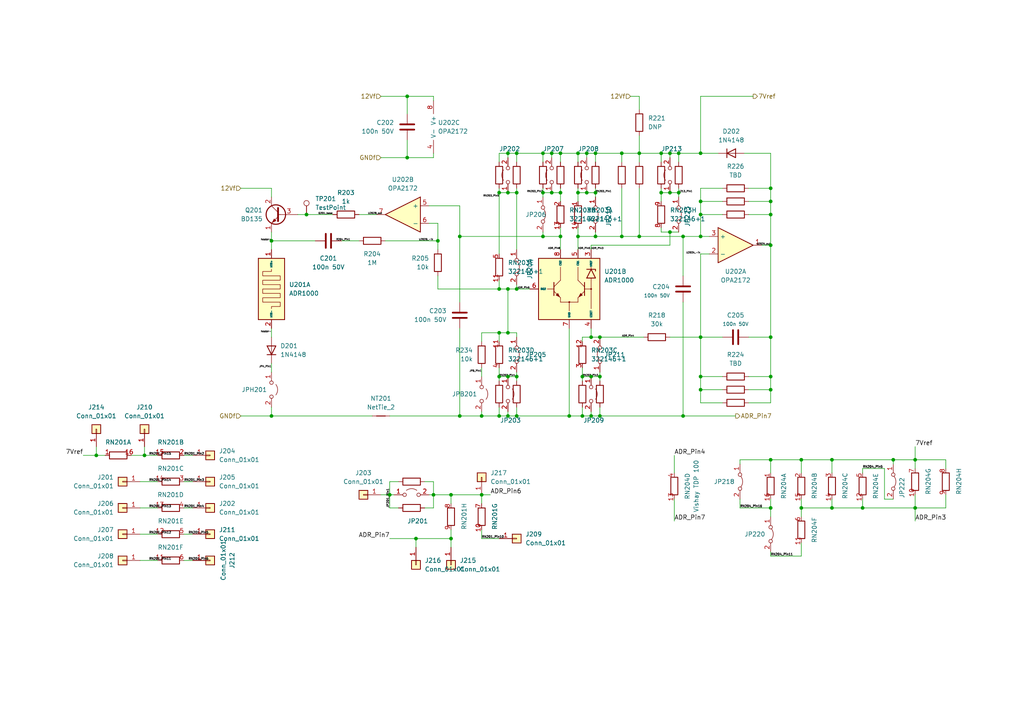
<source format=kicad_sch>
(kicad_sch (version 20211123) (generator eeschema)
  (paper "A4")
  (title_block (title "Reference circuit") (date "2022-12-26") (rev "0.9") (company "RPG") (comment 1 "All resistors 0.1% MF unless otherwise noted") (comment 2 "All capacitors X7R MLCC unless otherwise noted"))
  (junction (at 139.7 143.51))
  (junction (at 203.2 68.58))
  (junction (at 241.3 133.35))
  (junction (at 88.9 62.23))
  (junction (at 265.43 147.32))
  (junction (at 147.32 44.45))
  (junction (at 162.56 55.88))
  (junction (at 147.32 55.88))
  (junction (at 160.02 55.88))
  (junction (at 27.94 132.08))
  (junction (at 144.78 83.82))
  (junction (at 139.7 120.65))
  (junction (at 133.35 120.65))
  (junction (at 232.41 147.32))
  (junction (at 113.03 143.51))
  (junction (at 120.65 156.21))
  (junction (at 171.45 109.22))
  (junction (at 147.32 83.82))
  (junction (at 130.81 156.21))
  (junction (at 203.2 97.79))
  (junction (at 162.56 68.58))
  (junction (at 198.12 68.58))
  (junction (at 198.12 120.65))
  (junction (at 160.02 44.45))
  (junction (at 165.1 120.65))
  (junction (at 259.08 133.35))
  (junction (at 203.2 113.03))
  (junction (at 149.86 109.22))
  (junction (at 149.86 55.88))
  (junction (at 157.48 68.58))
  (junction (at 203.2 44.45))
  (junction (at 223.52 147.32))
  (junction (at 191.77 44.45))
  (junction (at 167.64 44.45))
  (junction (at 125.73 143.51))
  (junction (at 194.31 55.88))
  (junction (at 180.34 44.45))
  (junction (at 130.81 143.51))
  (junction (at 203.2 109.22))
  (junction (at 162.56 44.45))
  (junction (at 223.52 58.42))
  (junction (at 250.19 147.32))
  (junction (at 265.43 133.35))
  (junction (at 223.52 109.22))
  (junction (at 223.52 71.12))
  (junction (at 170.18 44.45))
  (junction (at 194.31 44.45))
  (junction (at 196.85 55.88))
  (junction (at 180.34 68.58))
  (junction (at 203.2 62.23))
  (junction (at 172.72 55.88))
  (junction (at 147.32 96.52))
  (junction (at 41.91 132.08))
  (junction (at 172.72 44.45))
  (junction (at 172.72 68.58))
  (junction (at 203.2 58.42))
  (junction (at 147.32 120.65))
  (junction (at 157.48 55.88))
  (junction (at 118.11 45.72))
  (junction (at 173.99 97.79))
  (junction (at 223.52 113.03))
  (junction (at 223.52 62.23))
  (junction (at 171.45 97.79))
  (junction (at 196.85 44.45))
  (junction (at 167.64 55.88))
  (junction (at 118.11 27.94))
  (junction (at 78.74 120.65))
  (junction (at 241.3 147.32))
  (junction (at 144.78 109.22))
  (junction (at 149.86 120.65))
  (junction (at 149.86 44.45))
  (junction (at 168.91 120.65))
  (junction (at 194.31 67.31))
  (junction (at 232.41 133.35))
  (junction (at 149.86 83.82))
  (junction (at 170.18 55.88))
  (junction (at 144.78 120.65))
  (junction (at 191.77 55.88))
  (junction (at 144.78 96.52))
  (junction (at 223.52 54.61))
  (junction (at 171.45 120.65))
  (junction (at 223.52 133.35))
  (junction (at 168.91 109.22))
  (junction (at 78.74 69.85))
  (junction (at 167.64 68.58))
  (junction (at 173.99 109.22))
  (junction (at 144.78 55.88))
  (junction (at 157.48 44.45))
  (junction (at 185.42 68.58))
  (junction (at 127 69.85))
  (junction (at 173.99 120.65))
  (junction (at 185.42 44.45))
  (junction (at 133.35 68.58))
  (junction (at 147.32 109.22))
  (junction (at 223.52 97.79))
  (wire (pts (xy 196.85 57.15) (xy 196.85 55.88)))
  (wire (pts (xy 149.86 82.55) (xy 149.86 83.82)))
  (wire (pts (xy 173.99 109.22) (xy 171.45 109.22)))
  (wire (pts (xy 265.43 147.32) (xy 265.43 151.13)))
  (wire (pts (xy 217.17 97.79) (xy 223.52 97.79)))
  (wire (pts (xy 194.31 97.79) (xy 203.2 97.79)))
  (wire (pts (xy 157.48 55.88) (xy 157.48 57.15)))
  (wire (pts (xy 147.32 83.82) (xy 149.86 83.82)))
  (wire (pts (xy 88.9 62.23) (xy 96.52 62.23)))
  (wire (pts (xy 198.12 68.58) (xy 198.12 80.01)))
  (wire (pts (xy 223.52 62.23) (xy 223.52 71.12)))
  (wire (pts (xy 191.77 44.45) (xy 191.77 46.99)))
  (wire (pts (xy 232.41 144.78) (xy 232.41 147.32)))
  (wire (pts (xy 223.52 137.16) (xy 223.52 133.35)))
  (wire (pts (xy 172.72 55.88) (xy 172.72 54.61)))
  (wire (pts (xy 203.2 73.66) (xy 203.2 97.79)))
  (wire (pts (xy 127 80.01) (xy 127 83.82)))
  (wire (pts (xy 171.45 95.25) (xy 171.45 97.79)))
  (wire (pts (xy 149.86 55.88) (xy 149.86 54.61)))
  (wire (pts (xy 203.2 113.03) (xy 203.2 109.22)))
  (wire (pts (xy 232.41 147.32) (xy 232.41 149.86)))
  (wire (pts (xy 157.48 44.45) (xy 160.02 44.45)))
  (wire (pts (xy 147.32 119.38) (xy 147.32 120.65)))
  (wire (pts (xy 53.34 154.94) (xy 55.88 154.94)))
  (wire (pts (xy 99.06 69.85) (xy 104.14 69.85)))
  (wire (pts (xy 173.99 107.95) (xy 173.99 109.22)))
  (wire (pts (xy 209.55 116.84) (xy 203.2 116.84)))
  (wire (pts (xy 259.08 133.35) (xy 265.43 133.35)))
  (wire (pts (xy 147.32 83.82) (xy 147.32 96.52)))
  (wire (pts (xy 147.32 44.45) (xy 147.32 45.72)))
  (wire (pts (xy 191.77 44.45) (xy 194.31 44.45)))
  (wire (pts (xy 217.17 54.61) (xy 223.52 54.61)))
  (wire (pts (xy 274.32 147.32) (xy 274.32 143.51)))
  (wire (pts (xy 250.19 135.89) (xy 250.19 137.16)))
  (wire (pts (xy 55.88 139.7) (xy 53.34 139.7)))
  (wire (pts (xy 125.73 143.51) (xy 130.81 143.51)))
  (wire (pts (xy 170.18 44.45) (xy 172.72 44.45)))
  (wire (pts (xy 110.49 143.51) (xy 113.03 143.51)))
  (wire (pts (xy 139.7 156.21) (xy 144.78 156.21)))
  (wire (pts (xy 217.17 109.22) (xy 223.52 109.22)))
  (wire (pts (xy 149.86 55.88) (xy 149.86 72.39)))
  (wire (pts (xy 86.36 62.23) (xy 88.9 62.23)))
  (wire (pts (xy 171.45 97.79) (xy 173.99 97.79)))
  (wire (pts (xy 78.74 105.41) (xy 78.74 107.95)))
  (wire (pts (xy 232.41 147.32) (xy 241.3 147.32)))
  (wire (pts (xy 217.17 113.03) (xy 223.52 113.03)))
  (wire (pts (xy 223.52 54.61) (xy 223.52 58.42)))
  (wire (pts (xy 78.74 69.85) (xy 91.44 69.85)))
  (wire (pts (xy 172.72 55.88) (xy 172.72 57.15)))
  (wire (pts (xy 162.56 66.04) (xy 162.56 68.58)))
  (wire (pts (xy 209.55 113.03) (xy 203.2 113.03)))
  (wire (pts (xy 223.52 113.03) (xy 223.52 109.22)))
  (wire (pts (xy 241.3 147.32) (xy 250.19 147.32)))
  (wire (pts (xy 241.3 144.78) (xy 241.3 147.32)))
  (wire (pts (xy 27.94 129.54) (xy 27.94 132.08)))
  (wire (pts (xy 144.78 44.45) (xy 147.32 44.45)))
  (wire (pts (xy 130.81 158.75) (xy 130.81 156.21)))
  (wire (pts (xy 198.12 120.65) (xy 213.36 120.65)))
  (wire (pts (xy 144.78 99.06) (xy 144.78 96.52)))
  (wire (pts (xy 162.56 68.58) (xy 162.56 72.39)))
  (wire (pts (xy 194.31 44.45) (xy 194.31 45.72)))
  (wire (pts (xy 167.64 44.45) (xy 170.18 44.45)))
  (wire (pts (xy 232.41 157.48) (xy 232.41 161.29)))
  (wire (pts (xy 232.41 133.35) (xy 241.3 133.35)))
  (wire (pts (xy 127 69.85) (xy 127 72.39)))
  (wire (pts (xy 203.2 62.23) (xy 209.55 62.23)))
  (wire (pts (xy 133.35 68.58) (xy 157.48 68.58)))
  (wire (pts (xy 27.94 132.08) (xy 30.48 132.08)))
  (wire (pts (xy 147.32 109.22) (xy 149.86 109.22)))
  (wire (pts (xy 203.2 116.84) (xy 203.2 113.03)))
  (wire (pts (xy 223.52 44.45) (xy 223.52 54.61)))
  (wire (pts (xy 130.81 143.51) (xy 130.81 146.05)))
  (wire (pts (xy 203.2 109.22) (xy 203.2 97.79)))
  (wire (pts (xy 115.57 147.32) (xy 113.03 147.32)))
  (wire (pts (xy 173.99 120.65) (xy 198.12 120.65)))
  (wire (pts (xy 127 64.77) (xy 124.46 64.77)))
  (wire (pts (xy 203.2 58.42) (xy 203.2 54.61)))
  (wire (pts (xy 185.42 54.61) (xy 185.42 68.58)))
  (wire (pts (xy 194.31 55.88) (xy 196.85 55.88)))
  (wire (pts (xy 198.12 87.63) (xy 198.12 120.65)))
  (wire (pts (xy 167.64 66.04) (xy 167.64 68.58)))
  (wire (pts (xy 149.86 107.95) (xy 149.86 109.22)))
  (wire (pts (xy 139.7 106.68) (xy 139.7 109.22)))
  (wire (pts (xy 149.86 118.11) (xy 149.86 120.65)))
  (wire (pts (xy 223.52 161.29) (xy 223.52 160.02)))
  (wire (pts (xy 40.64 162.56) (xy 45.72 162.56)))
  (wire (pts (xy 205.74 73.66) (xy 203.2 73.66)))
  (wire (pts (xy 113.03 120.65) (xy 133.35 120.65)))
  (wire (pts (xy 149.86 96.52) (xy 149.86 97.79)))
  (wire (pts (xy 241.3 133.35) (xy 241.3 137.16)))
  (wire (pts (xy 223.52 44.45) (xy 215.9 44.45)))
  (wire (pts (xy 167.64 68.58) (xy 172.72 68.58)))
  (wire (pts (xy 144.78 55.88) (xy 147.32 55.88)))
  (wire (pts (xy 125.73 139.7) (xy 123.19 139.7)))
  (wire (pts (xy 133.35 68.58) (xy 133.35 87.63)))
  (wire (pts (xy 223.52 147.32) (xy 223.52 144.78)))
  (wire (pts (xy 69.85 120.65) (xy 78.74 120.65)))
  (wire (pts (xy 168.91 118.11) (xy 168.91 120.65)))
  (wire (pts (xy 130.81 153.67) (xy 130.81 156.21)))
  (wire (pts (xy 203.2 44.45) (xy 203.2 27.94)))
  (wire (pts (xy 265.43 129.54) (xy 265.43 133.35)))
  (wire (pts (xy 149.86 109.22) (xy 149.86 110.49)))
  (wire (pts (xy 144.78 109.22) (xy 147.32 109.22)))
  (wire (pts (xy 223.52 147.32) (xy 223.52 149.86)))
  (wire (pts (xy 170.18 44.45) (xy 170.18 45.72)))
  (wire (pts (xy 209.55 109.22) (xy 203.2 109.22)))
  (wire (pts (xy 167.64 54.61) (xy 167.64 55.88)))
  (wire (pts (xy 196.85 44.45) (xy 196.85 46.99)))
  (wire (pts (xy 172.72 44.45) (xy 180.34 44.45)))
  (wire (pts (xy 203.2 68.58) (xy 205.74 68.58)))
  (wire (pts (xy 217.17 116.84) (xy 223.52 116.84)))
  (wire (pts (xy 125.73 27.94) (xy 125.73 29.21)))
  (wire (pts (xy 168.91 120.65) (xy 171.45 120.65)))
  (wire (pts (xy 144.78 83.82) (xy 147.32 83.82)))
  (wire (pts (xy 223.52 97.79) (xy 223.52 71.12)))
  (wire (pts (xy 118.11 27.94) (xy 125.73 27.94)))
  (wire (pts (xy 40.64 147.32) (xy 45.72 147.32)))
  (wire (pts (xy 144.78 81.28) (xy 144.78 83.82)))
  (wire (pts (xy 167.64 44.45) (xy 167.64 46.99)))
  (wire (pts (xy 195.58 132.08) (xy 195.58 137.16)))
  (wire (pts (xy 139.7 96.52) (xy 144.78 96.52)))
  (wire (pts (xy 167.64 68.58) (xy 167.64 72.39)))
  (wire (pts (xy 78.74 54.61) (xy 78.74 57.15)))
  (wire (pts (xy 185.42 39.37) (xy 185.42 44.45)))
  (wire (pts (xy 144.78 120.65) (xy 147.32 120.65)))
  (wire (pts (xy 196.85 67.31) (xy 194.31 67.31)))
  (wire (pts (xy 265.43 133.35) (xy 274.32 133.35)))
  (wire (pts (xy 144.78 54.61) (xy 144.78 55.88)))
  (wire (pts (xy 147.32 44.45) (xy 149.86 44.45)))
  (wire (pts (xy 144.78 110.49) (xy 144.78 109.22)))
  (wire (pts (xy 78.74 69.85) (xy 78.74 72.39)))
  (wire (pts (xy 40.64 139.7) (xy 45.72 139.7)))
  (wire (pts (xy 139.7 143.51) (xy 142.24 143.51)))
  (wire (pts (xy 171.45 109.22) (xy 168.91 109.22)))
  (wire (pts (xy 168.91 97.79) (xy 171.45 97.79)))
  (wire (pts (xy 120.65 158.75) (xy 120.65 156.21)))
  (wire (pts (xy 162.56 55.88) (xy 162.56 58.42)))
  (wire (pts (xy 38.1 132.08) (xy 41.91 132.08)))
  (wire (pts (xy 125.73 143.51) (xy 125.73 139.7)))
  (wire (pts (xy 78.74 67.31) (xy 78.74 69.85)))
  (wire (pts (xy 203.2 27.94) (xy 218.44 27.94)))
  (wire (pts (xy 125.73 147.32) (xy 125.73 143.51)))
  (wire (pts (xy 115.57 139.7) (xy 113.03 139.7)))
  (wire (pts (xy 55.88 132.08) (xy 53.34 132.08)))
  (wire (pts (xy 203.2 62.23) (xy 203.2 58.42)))
  (wire (pts (xy 194.31 67.31) (xy 191.77 67.31)))
  (wire (pts (xy 185.42 68.58) (xy 198.12 68.58)))
  (wire (pts (xy 133.35 95.25) (xy 133.35 120.65)))
  (wire (pts (xy 250.19 144.78) (xy 250.19 147.32)))
  (wire (pts (xy 104.14 62.23) (xy 109.22 62.23)))
  (wire (pts (xy 223.52 109.22) (xy 223.52 97.79)))
  (wire (pts (xy 185.42 27.94) (xy 185.42 31.75)))
  (wire (pts (xy 118.11 45.72) (xy 125.73 45.72)))
  (wire (pts (xy 162.56 44.45) (xy 167.64 44.45)))
  (wire (pts (xy 157.48 54.61) (xy 157.48 55.88)))
  (wire (pts (xy 194.31 71.12) (xy 194.31 67.31)))
  (wire (pts (xy 139.7 146.05) (xy 139.7 143.51)))
  (wire (pts (xy 162.56 44.45) (xy 162.56 46.99)))
  (wire (pts (xy 41.91 132.08) (xy 45.72 132.08)))
  (wire (pts (xy 165.1 120.65) (xy 168.91 120.65)))
  (wire (pts (xy 203.2 97.79) (xy 209.55 97.79)))
  (wire (pts (xy 168.91 97.79) (xy 168.91 99.06)))
  (wire (pts (xy 113.03 147.32) (xy 113.03 143.51)))
  (wire (pts (xy 41.91 129.54) (xy 41.91 132.08)))
  (wire (pts (xy 149.86 44.45) (xy 157.48 44.45)))
  (wire (pts (xy 223.52 116.84) (xy 223.52 113.03)))
  (wire (pts (xy 40.64 154.94) (xy 45.72 154.94)))
  (wire (pts (xy 185.42 44.45) (xy 191.77 44.45)))
  (wire (pts (xy 127 83.82) (xy 144.78 83.82)))
  (wire (pts (xy 185.42 44.45) (xy 185.42 46.99)))
  (wire (pts (xy 191.77 54.61) (xy 191.77 55.88)))
  (wire (pts (xy 217.17 58.42) (xy 223.52 58.42)))
  (wire (pts (xy 69.85 54.61) (xy 78.74 54.61)))
  (wire (pts (xy 214.63 147.32) (xy 223.52 147.32)))
  (wire (pts (xy 157.48 44.45) (xy 157.48 46.99)))
  (wire (pts (xy 125.73 44.45) (xy 125.73 45.72)))
  (wire (pts (xy 144.78 106.68) (xy 144.78 109.22)))
  (wire (pts (xy 147.32 96.52) (xy 149.86 96.52)))
  (wire (pts (xy 139.7 153.67) (xy 139.7 156.21)))
  (wire (pts (xy 139.7 143.51) (xy 130.81 143.51)))
  (wire (pts (xy 144.78 55.88) (xy 144.78 73.66)))
  (wire (pts (xy 165.1 95.25) (xy 165.1 120.65)))
  (wire (pts (xy 139.7 120.65) (xy 144.78 120.65)))
  (wire (pts (xy 124.46 143.51) (xy 125.73 143.51)))
  (wire (pts (xy 265.43 133.35) (xy 265.43 135.89)))
  (wire (pts (xy 110.49 45.72) (xy 118.11 45.72)))
  (wire (pts (xy 144.78 44.45) (xy 144.78 46.99)))
  (wire (pts (xy 196.85 55.88) (xy 196.85 54.61)))
  (wire (pts (xy 223.52 133.35) (xy 232.41 133.35)))
  (wire (pts (xy 223.52 71.12) (xy 220.98 71.12)))
  (wire (pts (xy 120.65 156.21) (xy 130.81 156.21)))
  (wire (pts (xy 111.76 69.85) (xy 127 69.85)))
  (wire (pts (xy 133.35 59.69) (xy 133.35 68.58)))
  (wire (pts (xy 180.34 44.45) (xy 180.34 46.99)))
  (wire (pts (xy 113.03 143.51) (xy 114.3 143.51)))
  (wire (pts (xy 147.32 120.65) (xy 149.86 120.65)))
  (wire (pts (xy 168.91 109.22) (xy 168.91 110.49)))
  (wire (pts (xy 195.58 144.78) (xy 195.58 151.13)))
  (wire (pts (xy 217.17 62.23) (xy 223.52 62.23)))
  (wire (pts (xy 167.64 55.88) (xy 167.64 58.42)))
  (wire (pts (xy 157.48 68.58) (xy 162.56 68.58)))
  (wire (pts (xy 118.11 27.94) (xy 118.11 33.02)))
  (wire (pts (xy 147.32 55.88) (xy 149.86 55.88)))
  (wire (pts (xy 24.13 132.08) (xy 27.94 132.08)))
  (wire (pts (xy 173.99 97.79) (xy 186.69 97.79)))
  (wire (pts (xy 144.78 118.11) (xy 144.78 120.65)))
  (wire (pts (xy 203.2 68.58) (xy 203.2 62.23)))
  (wire (pts (xy 171.45 71.12) (xy 194.31 71.12)))
  (wire (pts (xy 265.43 143.51) (xy 265.43 147.32)))
  (wire (pts (xy 123.19 147.32) (xy 125.73 147.32)))
  (wire (pts (xy 162.56 55.88) (xy 162.56 54.61)))
  (wire (pts (xy 214.63 133.35) (xy 223.52 133.35)))
  (wire (pts (xy 256.54 135.89) (xy 250.19 135.89)))
  (wire (pts (xy 198.12 68.58) (xy 203.2 68.58)))
  (wire (pts (xy 160.02 44.45) (xy 162.56 44.45)))
  (wire (pts (xy 265.43 147.32) (xy 274.32 147.32)))
  (wire (pts (xy 214.63 133.35) (xy 214.63 134.62)))
  (wire (pts (xy 168.91 106.68) (xy 168.91 109.22)))
  (wire (pts (xy 223.52 58.42) (xy 223.52 62.23)))
  (wire (pts (xy 180.34 54.61) (xy 180.34 68.58)))
  (wire (pts (xy 157.48 67.31) (xy 157.48 68.58)))
  (wire (pts (xy 167.64 55.88) (xy 170.18 55.88)))
  (wire (pts (xy 127 69.85) (xy 127 64.77)))
  (wire (pts (xy 160.02 44.45) (xy 160.02 45.72)))
  (wire (pts (xy 78.74 120.65) (xy 107.95 120.65)))
  (wire (pts (xy 149.86 120.65) (xy 165.1 120.65)))
  (wire (pts (xy 160.02 55.88) (xy 162.56 55.88)))
  (wire (pts (xy 78.74 95.25) (xy 78.74 97.79)))
  (wire (pts (xy 180.34 68.58) (xy 185.42 68.58)))
  (wire (pts (xy 55.88 147.32) (xy 53.34 147.32)))
  (wire (pts (xy 170.18 55.88) (xy 172.72 55.88)))
  (wire (pts (xy 113.03 143.51) (xy 113.03 139.7)))
  (wire (pts (xy 259.08 133.35) (xy 259.08 134.62)))
  (wire (pts (xy 182.88 27.94) (xy 185.42 27.94)))
  (wire (pts (xy 223.52 161.29) (xy 232.41 161.29)))
  (wire (pts (xy 110.49 27.94) (xy 118.11 27.94)))
  (wire (pts (xy 172.72 44.45) (xy 172.72 46.99)))
  (wire (pts (xy 149.86 83.82) (xy 153.67 83.82)))
  (wire (pts (xy 274.32 133.35) (xy 274.32 135.89)))
  (wire (pts (xy 241.3 133.35) (xy 259.08 133.35)))
  (wire (pts (xy 203.2 44.45) (xy 208.28 44.45)))
  (wire (pts (xy 171.45 120.65) (xy 171.45 119.38)))
  (wire (pts (xy 133.35 120.65) (xy 139.7 120.65)))
  (wire (pts (xy 250.19 147.32) (xy 265.43 147.32)))
  (wire (pts (xy 259.08 144.78) (xy 256.54 144.78)))
  (wire (pts (xy 157.48 55.88) (xy 160.02 55.88)))
  (wire (pts (xy 191.77 55.88) (xy 194.31 55.88)))
  (wire (pts (xy 180.34 44.45) (xy 185.42 44.45)))
  (wire (pts (xy 171.45 120.65) (xy 173.99 120.65)))
  (wire (pts (xy 173.99 118.11) (xy 173.99 120.65)))
  (wire (pts (xy 172.72 68.58) (xy 180.34 68.58)))
  (wire (pts (xy 149.86 44.45) (xy 149.86 46.99)))
  (wire (pts (xy 191.77 58.42) (xy 191.77 55.88)))
  (wire (pts (xy 55.88 162.56) (xy 53.34 162.56)))
  (wire (pts (xy 173.99 110.49) (xy 173.99 109.22)))
  (wire (pts (xy 194.31 44.45) (xy 196.85 44.45)))
  (wire (pts (xy 203.2 54.61) (xy 209.55 54.61)))
  (wire (pts (xy 232.41 133.35) (xy 232.41 137.16)))
  (wire (pts (xy 78.74 118.11) (xy 78.74 120.65)))
  (wire (pts (xy 171.45 72.39) (xy 171.45 71.12)))
  (wire (pts (xy 191.77 66.04) (xy 191.77 67.31)))
  (wire (pts (xy 256.54 144.78) (xy 256.54 135.89)))
  (wire (pts (xy 118.11 40.64) (xy 118.11 45.72)))
  (wire (pts (xy 139.7 99.06) (xy 139.7 96.52)))
  (wire (pts (xy 124.46 59.69) (xy 133.35 59.69)))
  (wire (pts (xy 144.78 96.52) (xy 147.32 96.52)))
  (wire (pts (xy 203.2 58.42) (xy 209.55 58.42)))
  (wire (pts (xy 113.03 156.21) (xy 120.65 156.21)))
  (wire (pts (xy 139.7 119.38) (xy 139.7 120.65)))
  (wire (pts (xy 196.85 44.45) (xy 203.2 44.45)))
  (wire (pts (xy 214.63 144.78) (xy 214.63 147.32)))
  (wire (pts (xy 172.72 67.31) (xy 172.72 68.58)))
  (label "RN201_Pin12" (at 43.18 154.94 0) (effects (font (size 0.635 0.635))))
  (label "U202B_-in" (at 125.73 69.85 180) (effects (font (size 0.5 0.5))))
  (label "R204_Pin1" (at 101.6 69.85 180) (effects (font (size 0.5 0.5))))
  (label "JPB_Pin1" (at 139.7 107.95 180) (effects (font (size 0.5 0.5))))
  (label "RN204_Pin16" (at 214.63 147.32 0) (effects (font (size 0.635 0.635))))
  (label "ADR_Pin3" (at 265.43 151.13 0))
  (label "RN204_Pin5" (at 250.19 135.89 0) (effects (font (size 0.635 0.635))))
  (label "heater-" (at 78.74 96.52 180) (effects (font (size 0.5 0.5))))
  (label "7Vref" (at 24.13 132.08 180))
  (label "RN203_Pin5" (at 144.78 57.15 180) (effects (font (size 0.5 0.5))))
  (label "JP201_Pin1" (at 113.03 147.32 90) (effects (font (size 0.635 0.635))))
  (label "ADR_Pin7" (at 113.03 156.21 180))
  (label "Q201_base" (at 96.52 62.23 180) (effects (font (size 0.5 0.5))))
  (label "ADR_Pin6" (at 142.24 143.51 0))
  (label "J213_Pin1" (at 196.85 55.88 0) (effects (font (size 0.5 0.5))))
  (label "RN201_Pin5" (at 54.61 154.94 0) (effects (font (size 0.635 0.635))))
  (label "RN203_Pin1" (at 172.72 55.88 0) (effects (font (size 0.5 0.5))))
  (label "RN201_Pin10" (at 139.7 156.21 0) (effects (font (size 0.635 0.635))))
  (label "RN204_Pin11" (at 223.52 161.29 0) (effects (font (size 0.635 0.635))))
  (label "7Vref" (at 265.43 129.54 0))
  (label "RN201_Pin13" (at 43.18 147.32 0) (effects (font (size 0.635 0.635))))
  (label "ADR_Pin6" (at 153.67 83.82 180) (effects (font (size 0.5 0.5))))
  (label "RN201_Pin4" (at 53.34 147.32 0) (effects (font (size 0.635 0.635))))
  (label "ADR_Pin3" (at 171.45 72.39 0) (effects (font (size 0.5 0.5))))
  (label "U202A_out" (at 223.52 71.12 180) (effects (font (size 0.5 0.5))))
  (label "RN201_Pin14" (at 43.18 139.7 0) (effects (font (size 0.635 0.635))))
  (label "RN201_Pin6" (at 54.61 162.56 0) (effects (font (size 0.635 0.635))))
  (label "RN201_Pin3" (at 53.34 139.7 0) (effects (font (size 0.635 0.635))))
  (label "ADR_Pin8" (at 162.56 72.39 180) (effects (font (size 0.5 0.5))))
  (label "ADR_Pin5" (at 167.64 72.39 0) (effects (font (size 0.5 0.5))))
  (label "U202B_out" (at 106.68 62.23 0) (effects (font (size 0.5 0.5))))
  (label "ADR_Pin7" (at 195.58 151.13 0))
  (label "RN203_Pin4" (at 144.78 109.22 0) (effects (font (size 0.5 0.5))))
  (label "ADR_Pin4" (at 180.34 97.79 0) (effects (font (size 0.5 0.5))))
  (label "heater+" (at 78.74 69.85 180) (effects (font (size 0.5 0.5))))
  (label "JPH_Pin1" (at 78.74 106.68 180) (effects (font (size 0.5 0.5))))
  (label "RN201_Pin11" (at 43.18 162.56 0) (effects (font (size 0.635 0.635))))
  (label "RN203_Pin2" (at 157.48 55.88 180) (effects (font (size 0.5 0.5))))
  (label "U202A_-in" (at 203.2 73.66 180) (effects (font (size 0.5 0.5))))
  (label "RN201_Pin2" (at 53.34 132.08 0) (effects (font (size 0.635 0.635))))
  (label "ADR_Pin4" (at 195.58 132.08 0))
  (label "RN203_Pin3" (at 168.91 109.22 0) (effects (font (size 0.5 0.5))))
  (label "RN201_Pin15" (at 43.18 132.08 0) (effects (font (size 0.635 0.635))))
  (hierarchical_label "GNDf" (shape input) (at 110.49 45.72 180))
  (hierarchical_label "12Vf" (shape input) (at 69.85 54.61 180))
  (hierarchical_label "ADR_Pin7" (shape output) (at 213.36 120.65 0))
  (hierarchical_label "7Vref" (shape output) (at 218.44 27.94 0))
  (hierarchical_label "12Vf" (shape input) (at 182.88 27.94 180))
  (hierarchical_label "GNDf" (shape input) (at 69.85 120.65 180))
  (hierarchical_label "12Vf" (shape input) (at 110.49 27.94 180))
  (symbol (lib_id "Device:R") (at 213.36 58.42 90) (unit 1) (in_bom no)
    (property "Reference" "R222" (effects hide))
    (property "Value" "TBD" (effects hide))
    (property "Footprint" "Resistor_SMD:R_0805_2012Metric" (effects hide))
  )
  (symbol (lib_id "Connector_Generic:Conn_01x01") (at 35.56 147.32 0) (mirror y) (unit 1) (in_bom no)
    (property "Reference" "J206" (at 33.02 146.0499 0) (effects (justify left)))
    (property "Value" "Conn_01x01" (at 33.02 148.5899 0) (effects (justify left)))
    (property "Footprint" "Connector_Wire:SolderWire-0.1sqmm_1x01_D0.4mm_OD1mm" (effects hide))
  )
  (symbol (lib_id "Connector_Generic:Conn_01x01") (at 35.56 162.56 180) (unit 1) (in_bom no)
    (property "Reference" "J208" (at 33.02 161.2899 0) (effects (justify left)))
    (property "Value" "Conn_01x01" (at 33.02 163.8299 0) (effects (justify left)))
    (property "Footprint" "Connector_Wire:SolderWire-0.1sqmm_1x01_D0.4mm_OD1mm" (effects hide))
  )
  (symbol (lib_id "Connector_Generic:Conn_01x01") (at 120.65 163.83 270) (unit 1) (in_bom no)
    (property "Reference" "J216" (at 123.19 162.5599 90) (effects (justify left)))
    (property "Value" "Conn_01x01" (at 123.19 165.0999 90) (effects (justify left)))
    (property "Footprint" "Connector_Wire:SolderWire-0.1sqmm_1x01_D0.4mm_OD1mm" (effects hide))
  )
  (symbol (lib_id "ADRmu_Library:Vishay TDP") (at 250.19 140.97 0) (unit 5) (in_bom no)
    (property "Reference" "RN204" (at 254 144.78 90) (effects (justify left)))
    (property "Value" "Vishay TDP 100" (effects hide))
    (property "Footprint" "Package_DIP:DIP-16_W7.62mm" (effects hide))
    (property "Datasheet" "https://www.vishay.com/docs/60045/tdp.pdf" (effects hide))
  )
  (symbol (lib_id "Device:R") (at 185.42 50.8 180) (unit 1) (in_bom no)
    (property "Reference" "R217" (effects hide))
    (property "Value" "DNP" (effects hide))
    (property "Footprint" "Crystal:Crystal_HC52-U_Vertical" (effects hide))
  )
  (symbol (lib_id "ADRmu_Library:Vishay TDP") (at 232.41 140.97 0) (unit 2) (in_bom no)
    (property "Reference" "RN204" (at 236.22 144.78 90) (effects (justify left)))
    (property "Value" "Vishay TDP 100" (effects hide))
    (property "Footprint" "Package_DIP:DIP-16_W7.62mm" (effects hide))
    (property "Datasheet" "https://www.vishay.com/docs/60045/tdp.pdf" (effects hide))
  )
  (symbol (lib_id "Device:D") (at 212.09 44.45 0) (unit 1)
    (property "Reference" "D202" (at 212.09 38.1 0))
    (property "Value" "1N4148" (at 212.09 40.64 0))
    (property "Footprint" "Diode_SMD:D_SOD-123" (effects hide))
  )
  (symbol (lib_id "ADRmu_Library:Vishay TDP") (at 139.7 149.86 0) (mirror y) (unit 7) (in_bom no)
    (property "Reference" "RN201" (at 143.51 153.67 90) (effects (justify left)))
    (property "Value" "Vishay TDP 10k" (effects hide))
    (property "Footprint" "Package_DIP:DIP-16_W7.62mm" (effects hide))
    (property "Datasheet" "https://www.vishay.com/docs/60045/tdp.pdf" (effects hide))
  )
  (symbol (lib_id "Device:R") (at 213.36 116.84 270) (mirror x) (unit 1) (in_bom no)
    (property "Reference" "R225" (effects hide))
    (property "Value" "TBD" (effects hide))
    (property "Footprint" "Crystal:Crystal_HC52-U_Vertical" (effects hide))
  )
  (symbol (lib_id "Connector_Generic:Conn_01x01") (at 105.41 143.51 180) (unit 1) (in_bom no)
    (property "Reference" "J203" (at 105.41 137.16 0))
    (property "Value" "Conn_01x01" (at 105.41 139.7 0))
    (property "Footprint" "Connector_Wire:SolderWire-0.1sqmm_1x01_D0.4mm_OD1mm" (effects hide))
  )
  (symbol (lib_id "Device:Opamp_Dual") (at 213.36 71.12 0) (unit 1)
    (property "Reference" "U202" (at 213.36 78.74 0))
    (property "Value" "OPA2172" (at 213.36 81.28 0))
    (property "Footprint" "Package_SO:SOIC-8_3.9x4.9mm_P1.27mm" (effects hide))
  )
  (symbol (lib_id "Device:R") (at 173.99 114.3 0) (unit 1) (in_bom no)
    (property "Reference" "R215" (effects hide))
    (property "Value" "0" (effects hide))
    (property "Footprint" "Resistor_SMD:R_0805_2012Metric" (effects hide))
  )
  (symbol (lib_id "Device:R") (at 149.86 114.3 0) (unit 1) (in_bom no)
    (property "Reference" "R209" (effects hide))
    (property "Value" "0" (effects hide))
    (property "Footprint" "Resistor_SMD:R_0805_2012Metric" (effects hide))
  )
  (symbol (lib_id "ADRmu_Library:ADR1000") (at 78.74 83.82 0) (unit 1)
    (property "Reference" "U201" (at 83.82 82.5499 0) (effects (justify left)))
    (property "Value" "ADR1000" (at 83.82 85.0899 0) (effects (justify left)))
    (property "Footprint" "Package_TO_SOT_THT:TO-5-8" (effects hide))
  )
  (symbol (lib_id "Connector_Generic:Conn_01x01") (at 41.91 124.46 90) (unit 1) (in_bom no)
    (property "Reference" "J210" (at 41.91 118.11 90))
    (property "Value" "Conn_01x01" (at 41.91 120.65 90))
    (property "Footprint" "Connector_Wire:SolderWire-0.1sqmm_1x01_D0.4mm_OD1mm" (effects hide))
  )
  (symbol (lib_id "Jumper:Jumper_2_Open") (at 147.32 50.8 90) (unit 1) (in_bom no)
    (property "Reference" "JP202" (at 144.78 43.18 90) (effects (justify right)))
    (property "Value" "Jumper_2_Open" (effects hide))
    (property "Footprint" "Jumper:SolderJumper-2_P1.3mm_Open_RoundedPad1.0x1.5mm" (effects hide))
  )
  (symbol (lib_id "Device:Opamp_Dual") (at 128.27 36.83 0) (unit 3)
    (property "Reference" "U202" (at 127 35.5599 0) (effects (justify left)))
    (property "Value" "OPA2172" (at 127 38.0999 0) (effects (justify left)))
    (property "Footprint" "Package_SO:SOIC-8_3.9x4.9mm_P1.27mm" (effects hide))
  )
  (symbol (lib_id "ADRmu_Library:Vishay TDP") (at 130.81 149.86 0) (unit 8) (in_bom no)
    (property "Reference" "RN201" (at 134.62 153.67 90) (effects (justify left)))
    (property "Value" "Vishay TDP 10k" (effects hide))
    (property "Footprint" "Package_DIP:DIP-16_W7.62mm" (effects hide))
    (property "Datasheet" "https://www.vishay.com/docs/60045/tdp.pdf" (effects hide))
  )
  (symbol (lib_id "Connector_Generic:Conn_01x01") (at 149.86 156.21 0) (unit 1) (in_bom no)
    (property "Reference" "J209" (at 152.4 154.9399 0) (effects (justify left)))
    (property "Value" "Conn_01x01" (at 152.4 157.4799 0) (effects (justify left)))
    (property "Footprint" "Connector_Wire:SolderWire-0.1sqmm_1x01_D0.4mm_OD1mm" (effects hide))
  )
  (symbol (lib_id "Connector:TestPoint") (at 88.9 62.23 0) (unit 1) (in_bom no)
    (property "Reference" "TP201" (at 91.44 57.6579 0) (effects (justify left)))
    (property "Value" "TestPoint" (at 91.44 60.1979 0) (effects (justify left)))
    (property "Footprint" "TestPoint:TestPoint_THTPad_2.0x2.0mm_Drill1.0mm" (effects hide))
  )
  (symbol (lib_id "Jumper:Jumper_2_Bridged") (at 157.48 62.23 270) (unit 1) (in_bom no)
    (property "Reference" "JP206" (at 152.4 62.23 90) (effects (justify left)))
    (property "Value" "Jumper_2_Bridged" (effects hide))
    (property "Footprint" "Jumper:SolderJumper-2_P1.3mm_Bridged_RoundedPad1.0x1.5mm" (effects hide))
  )
  (symbol (lib_id "ADRmu_Library:ADR1000") (at 165.1 83.82 0) (unit 2)
    (property "Reference" "U201" (at 175.26 78.74 0) (effects (justify left)))
    (property "Value" "ADR1000" (at 175.26 81.28 0) (effects (justify left)))
    (property "Footprint" "Package_TO_SOT_THT:TO-5-8" (effects hide))
  )
  (symbol (lib_id "Jumper:Jumper_2_Bridged") (at 149.86 102.87 270) (unit 1) (in_bom no)
    (property "Reference" "JP205" (at 152.4 102.87 90) (effects (justify left)))
    (property "Value" "Jumper_2_Bridged" (effects hide))
    (property "Footprint" "Jumper:SolderJumper-2_P1.3mm_Bridged_RoundedPad1.0x1.5mm" (effects hide))
  )
  (symbol (lib_id "ADRmu_Library:Vishay TDP") (at 241.3 140.97 0) (unit 3) (in_bom no)
    (property "Reference" "RN204" (at 245.11 144.78 90) (effects (justify left)))
    (property "Value" "Vishay TDP 100" (effects hide))
    (property "Footprint" "Package_DIP:DIP-16_W7.62mm" (effects hide))
    (property "Datasheet" "https://www.vishay.com/docs/60045/tdp.pdf" (effects hide))
  )
  (symbol (lib_id "ADRmu_Library:Vishay TDP") (at 274.32 139.7 0) (unit 8) (in_bom no)
    (property "Reference" "RN204" (at 278.13 143.51 90) (effects (justify left)))
    (property "Value" "Vishay TDP 100" (effects hide))
    (property "Footprint" "Package_DIP:DIP-16_W7.62mm" (effects hide))
    (property "Datasheet" "https://www.vishay.com/docs/60045/tdp.pdf" (effects hide))
  )
  (symbol (lib_id "Device:R") (at 213.36 113.03 90) (unit 1) (in_bom no)
    (property "Reference" "R227" (effects hide))
    (property "Value" "TBD" (effects hide))
    (property "Footprint" "Resistor_SMD:R_0805_2012Metric" (effects hide))
  )
  (symbol (lib_id "ADRmu_Library:322146+1") (at 162.56 62.23 0) (unit 2)
    (property "Reference" "RN203" (at 165.1 60.9599 0) (effects (justify left)))
    (property "Value" "322146+1" (at 165.1 63.4999 0) (effects (justify left)))
    (property "Footprint" "ADRmu_Library:VPG322146+1" (effects hide))
    (property "Datasheet" "https://github.com/marcoreps/ADRmu/raw/main/datasheets/322146_p1-4_1445_Marco_Reps.pdf" (effects hide))
  )
  (symbol (lib_id "ADRmu_Library:322146+1") (at 144.78 77.47 0) (unit 5)
    (property "Reference" "RN203" (at 147.32 76.1999 0) (effects (justify left)))
    (property "Value" "322146+1" (at 147.32 78.7399 0) (effects (justify left)))
    (property "Footprint" "ADRmu_Library:VPG322146+1" (effects hide))
    (property "Datasheet" "https://github.com/marcoreps/ADRmu/raw/main/datasheets/322146_p1-4_1445_Marco_Reps.pdf" (effects hide))
  )
  (symbol (lib_id "Device:R") (at 190.5 97.79 90) (unit 1)
    (property "Reference" "R218" (at 190.5 91.44 90))
    (property "Value" "30k" (at 190.5 93.98 90))
    (property "Footprint" "Resistor_SMD:R_0805_2012Metric" (effects hide))
  )
  (symbol (lib_id "ADRmu_Library:Vishay TDP") (at 195.58 140.97 0) (unit 4) (in_bom no)
    (property "Reference" "RN204" (at 199.39 137.16 90) (effects (justify right)))
    (property "Value" "Vishay TDP 100" (at 201.93 133.35 90) (effects (justify right)))
    (property "Footprint" "Package_DIP:DIP-16_W7.62mm" (effects hide))
    (property "Datasheet" "https://www.vishay.com/docs/60045/tdp.pdf" (effects hide))
  )
  (symbol (lib_id "Device:R") (at 185.42 35.56 180) (unit 1)
    (property "Reference" "R221" (at 187.96 34.2899 0) (effects (justify right)))
    (property "Value" "DNP" (at 187.96 36.8299 0) (effects (justify right)))
    (property "Footprint" "Resistor_SMD:R_0805_2012Metric" (effects hide))
  )
  (symbol (lib_id "Connector_Generic:Conn_01x01") (at 35.56 139.7 180) (unit 1) (in_bom no)
    (property "Reference" "J201" (at 33.02 138.4299 0) (effects (justify left)))
    (property "Value" "Conn_01x01" (at 33.02 140.9699 0) (effects (justify left)))
    (property "Footprint" "Connector_Wire:SolderWire-0.1sqmm_1x01_D0.4mm_OD1mm" (effects hide))
  )
  (symbol (lib_id "Device:R") (at 196.85 50.8 180) (unit 1) (in_bom no)
    (property "Reference" "R220" (effects hide))
    (property "Value" "0" (effects hide))
    (property "Footprint" "Crystal:Crystal_HC52-U_Vertical" (effects hide))
  )
  (symbol (lib_id "Jumper:Jumper_2_Open") (at 170.18 50.8 90) (unit 1) (in_bom no)
    (property "Reference" "JP208" (at 167.64 43.18 90) (effects (justify right)))
    (property "Value" "Jumper_2_Open" (effects hide))
    (property "Footprint" "Jumper:SolderJumper-2_P1.3mm_Open_RoundedPad1.0x1.5mm" (effects hide))
  )
  (symbol (lib_id "ADRmu_Library:Vishay TDP") (at 49.53 154.94 270) (unit 5) (in_bom no)
    (property "Reference" "RN201" (at 53.34 151.13 90) (effects (justify right)))
    (property "Value" "Vishay TDP 10k" (effects hide))
    (property "Footprint" "Package_DIP:DIP-16_W7.62mm" (effects hide))
    (property "Datasheet" "https://www.vishay.com/docs/60045/tdp.pdf" (effects hide))
  )
  (symbol (lib_id "ADRmu_Library:Vishay TDP") (at 49.53 147.32 270) (mirror x) (unit 4) (in_bom no)
    (property "Reference" "RN201" (at 53.34 143.51 90) (effects (justify right)))
    (property "Value" "Vishay TDP 10k" (effects hide))
    (property "Footprint" "Package_DIP:DIP-16_W7.62mm" (effects hide))
    (property "Datasheet" "https://www.vishay.com/docs/60045/tdp.pdf" (effects hide))
  )
  (symbol (lib_id "Jumper:Jumper_2_Bridged") (at 223.52 154.94 270) (unit 1) (in_bom no)
    (property "Reference" "JP220" (at 215.9 154.94 90) (effects (justify left)))
    (property "Value" "Jumper_2_Bridged" (effects hide))
    (property "Footprint" "Jumper:SolderJumper-2_P1.3mm_Bridged_RoundedPad1.0x1.5mm" (effects hide))
  )
  (symbol (lib_id "ADRmu_Library:322146+1") (at 144.78 102.87 180) (unit 4)
    (property "Reference" "RN203" (at 147.32 101.5999 0) (effects (justify right)))
    (property "Value" "322146+1" (at 147.32 104.1399 0) (effects (justify right)))
    (property "Footprint" "ADRmu_Library:VPG322146+1" (effects hide))
    (property "Datasheet" "https://github.com/marcoreps/ADRmu/raw/main/datasheets/322146_p1-4_1445_Marco_Reps.pdf" (effects hide))
  )
  (symbol (lib_id "Connector_Generic:Conn_01x01") (at 60.96 147.32 0) (mirror x) (unit 1) (in_bom no)
    (property "Reference" "J202" (at 63.5 146.0499 0) (effects (justify left)))
    (property "Value" "Conn_01x01" (at 63.5 148.5899 0) (effects (justify left)))
    (property "Footprint" "Connector_Wire:SolderWire-0.1sqmm_1x01_D0.4mm_OD1mm" (effects hide))
  )
  (symbol (lib_id "Device:R") (at 100.33 62.23 90) (unit 1)
    (property "Reference" "R203" (at 100.33 55.88 90))
    (property "Value" "1k" (at 100.33 58.42 90))
    (property "Footprint" "Resistor_SMD:R_0805_2012Metric" (effects hide))
  )
  (symbol (lib_id "Transistor_BJT:BD135") (at 81.28 62.23 0) (mirror y) (unit 1)
    (property "Reference" "Q201" (at 76.2 60.9599 0) (effects (justify left)))
    (property "Value" "BD135" (at 76.2 63.4999 0) (effects (justify left)))
    (property "Footprint" "Package_TO_SOT_THT:TO-126-3_Vertical" (effects hide))
    (property "Datasheet" "http://www.st.com/internet/com/TECHNICAL_RESOURCES/TECHNICAL_LITERATURE/DATASHEET/CD00001225.pdf" (effects hide))
  )
  (symbol (lib_id "Device:R") (at 191.77 50.8 180) (unit 1) (in_bom no)
    (property "Reference" "R219" (effects hide))
    (property "Value" "0" (effects hide))
    (property "Footprint" "Resistor_SMD:R_0805_2012Metric" (effects hide))
  )
  (symbol (lib_id "Connector_Generic:Conn_01x01") (at 60.96 162.56 0) (mirror x) (unit 1) (in_bom no)
    (property "Reference" "J212" (at 67.31 162.56 90))
    (property "Value" "Conn_01x01" (at 64.77 162.56 90))
    (property "Footprint" "Connector_Wire:SolderWire-0.1sqmm_1x01_D0.4mm_OD1mm" (effects hide))
  )
  (symbol (lib_id "Device:NetTie_2") (at 110.49 120.65 0) (unit 1) (in_bom no)
    (property "Reference" "NT201" (at 110.49 115.57 0))
    (property "Value" "NetTie_2" (at 110.49 118.11 0))
    (property "Footprint" "NetTie:NetTie-2_SMD_Pad2.0mm" (effects hide))
  )
  (symbol (lib_id "Jumper:Jumper_2_Open") (at 139.7 114.3 270) (unit 1) (in_bom no)
    (property "Reference" "JPB201" (at 138.43 114.2999 90) (effects (justify right)))
    (property "Value" "Jumper_2_Open" (effects hide))
    (property "Footprint" "Jumper:SolderJumper-2_P1.3mm_Open_RoundedPad1.0x1.5mm" (effects hide))
  )
  (symbol (lib_id "Device:C") (at 118.11 36.83 180) (unit 1)
    (property "Reference" "C202" (at 114.3 35.5599 0) (effects (justify left)))
    (property "Value" "100n 50V" (at 114.3 38.0999 0) (effects (justify left)))
    (property "Footprint" "Capacitor_SMD:C_0603_1608Metric" (effects hide))
  )
  (symbol (lib_id "Jumper:Jumper_2_Bridged") (at 173.99 102.87 90) (unit 1) (in_bom no)
    (property "Reference" "JP211" (at 175.26 102.87 90) (effects (justify right)))
    (property "Value" "Jumper_2_Bridged" (effects hide))
    (property "Footprint" "Jumper:SolderJumper-2_P1.3mm_Bridged_RoundedPad1.0x1.5mm" (effects hide))
  )
  (symbol (lib_id "Jumper:Jumper_2_Bridged") (at 214.63 139.7 270) (unit 1) (in_bom no)
    (property "Reference" "JP218" (at 207.01 139.7 90) (effects (justify left)))
    (property "Value" "Jumper_2_Bridged" (effects hide))
    (property "Footprint" "Jumper:SolderJumper-2_P1.3mm_Bridged_RoundedPad1.0x1.5mm" (effects hide))
  )
  (symbol (lib_id "ADRmu_Library:322146+1") (at 168.91 102.87 180) (unit 3)
    (property "Reference" "RN203" (at 171.45 101.5999 0) (effects (justify right)))
    (property "Value" "322146+1" (at 171.45 104.1399 0) (effects (justify right)))
    (property "Footprint" "ADRmu_Library:VPG322146+1" (effects hide))
    (property "Datasheet" "https://github.com/marcoreps/ADRmu/raw/main/datasheets/322146_p1-4_1445_Marco_Reps.pdf" (effects hide))
  )
  (symbol (lib_id "Jumper:Jumper_2_Bridged") (at 259.08 139.7 270) (unit 1) (in_bom no)
    (property "Reference" "JP222" (at 261.62 138.43 0) (effects (justify left)))
    (property "Value" "Jumper_2_Bridged" (effects hide))
    (property "Footprint" "Jumper:SolderJumper-2_P1.3mm_Bridged_RoundedPad1.0x1.5mm" (effects hide))
  )
  (symbol (lib_id "Device:C") (at 213.36 97.79 270) (unit 1)
    (property "Reference" "C205" (at 213.36 91.44 90))
    (property "Value" "100n 50V" (at 213.36 93.98 90) (effects (font (size 1.016 1.016))))
    (property "Footprint" "Capacitor_SMD:C_0603_1608Metric" (effects hide))
  )
  (symbol (lib_id "Jumper:Jumper_2_Bridged") (at 172.72 62.23 270) (unit 1) (in_bom no)
    (property "Reference" "JP210" (at 176.53 59.69 0) (effects (justify left)))
    (property "Value" "Jumper_2_Bridged" (effects hide))
    (property "Footprint" "Jumper:SolderJumper-2_P1.3mm_Bridged_RoundedPad1.0x1.5mm" (effects hide))
  )
  (symbol (lib_id "Device:R") (at 119.38 139.7 270) (unit 1) (in_bom no)
    (property "Reference" "R201" (effects hide))
    (property "Value" "0" (effects hide))
    (property "Footprint" "Resistor_SMD:R_0805_2012Metric" (effects hide))
  )
  (symbol (lib_id "ADRmu_Library:Vishay TDP") (at 49.53 139.7 270) (unit 3) (in_bom no)
    (property "Reference" "RN201" (at 49.53 135.89 90))
    (property "Value" "Vishay TDP 10k" (effects hide))
    (property "Footprint" "Package_DIP:DIP-16_W7.62mm" (effects hide))
    (property "Datasheet" "https://www.vishay.com/docs/60045/tdp.pdf" (effects hide))
  )
  (symbol (lib_id "ADRmu_Library:322146+1") (at 167.64 62.23 0) (unit 1)
    (property "Reference" "RN203" (at 170.18 60.9599 0) (effects (justify left)))
    (property "Value" "322146+1" (at 170.18 63.4999 0) (effects (justify left)))
    (property "Footprint" "ADRmu_Library:VPG322146+1" (effects hide))
    (property "Datasheet" "https://github.com/marcoreps/ADRmu/raw/main/datasheets/322146_p1-4_1445_Marco_Reps.pdf" (effects hide))
  )
  (symbol (lib_id "Connector_Generic:Conn_01x01") (at 60.96 139.7 0) (unit 1) (in_bom no)
    (property "Reference" "J205" (at 63.5 138.4299 0) (effects (justify left)))
    (property "Value" "Conn_01x01" (at 63.5 140.9699 0) (effects (justify left)))
    (property "Footprint" "Connector_Wire:SolderWire-0.1sqmm_1x01_D0.4mm_OD1mm" (effects hide))
  )
  (symbol (lib_id "Device:R") (at 127 76.2 180) (unit 1)
    (property "Reference" "R205" (at 124.46 74.9299 0) (effects (justify left)))
    (property "Value" "10k" (at 124.46 77.4699 0) (effects (justify left)))
    (property "Footprint" "Resistor_SMD:R_0805_2012Metric" (effects hide))
  )
  (symbol (lib_id "ADRmu_Library:Vishay TDP") (at 232.41 153.67 0) (unit 6) (in_bom no)
    (property "Reference" "RN204" (at 236.22 157.48 90) (effects (justify left)))
    (property "Value" "Vishay TDP 100" (effects hide))
    (property "Footprint" "Package_DIP:DIP-16_W7.62mm" (effects hide))
    (property "Datasheet" "https://www.vishay.com/docs/60045/tdp.pdf" (effects hide))
  )
  (symbol (lib_id "ADRmu_Library:Vishay TDP") (at 265.43 139.7 0) (unit 7) (in_bom no)
    (property "Reference" "RN204" (at 269.24 143.51 90) (effects (justify left)))
    (property "Value" "Vishay TDP 100" (effects hide))
    (property "Footprint" "Package_DIP:DIP-16_W7.62mm" (effects hide))
    (property "Datasheet" "https://www.vishay.com/docs/60045/tdp.pdf" (effects hide))
  )
  (symbol (lib_id "Device:R") (at 172.72 50.8 180) (unit 1) (in_bom no)
    (property "Reference" "R214" (effects hide))
    (property "Value" "0" (effects hide))
    (property "Footprint" "Crystal:Crystal_HC52-U_Vertical" (effects hide))
  )
  (symbol (lib_id "Device:R") (at 144.78 50.8 180) (unit 1) (in_bom no)
    (property "Reference" "R206" (effects hide))
    (property "Value" "0" (effects hide))
    (property "Footprint" "Resistor_SMD:R_0805_2012Metric" (effects hide))
  )
  (symbol (lib_id "Device:R") (at 139.7 102.87 180) (unit 1)
    (property "Reference" "R234" (at 137.16 101.5999 0) (effects (justify left)))
    (property "Value" "10k" (at 137.16 104.1399 0) (effects (justify left)))
    (property "Footprint" "Resistor_SMD:R_0805_2012Metric" (effects hide))
  )
  (symbol (lib_id "Jumper:Jumper_2_Open") (at 171.45 114.3 270) (unit 1) (in_bom no)
    (property "Reference" "JP209" (at 175.26 121.92 90) (effects (justify right)))
    (property "Value" "Jumper_2_Open" (effects hide))
    (property "Footprint" "Jumper:SolderJumper-2_P1.3mm_Open_RoundedPad1.0x1.5mm" (effects hide))
  )
  (symbol (lib_id "Jumper:Jumper_2_Bridged") (at 149.86 77.47 270) (unit 1) (in_bom no)
    (property "Reference" "JP204" (at 153.67 74.93 0) (effects (justify left)))
    (property "Value" "Jumper_2_Bridged" (effects hide))
    (property "Footprint" "Jumper:SolderJumper-2_P1.3mm_Bridged_RoundedPad1.0x1.5mm" (effects hide))
  )
  (symbol (lib_id "Device:R") (at 162.56 50.8 180) (unit 1) (in_bom no)
    (property "Reference" "R211" (effects hide))
    (property "Value" "0" (effects hide))
    (property "Footprint" "Crystal:Crystal_HC52-U_Vertical" (effects hide))
  )
  (symbol (lib_id "Device:R") (at 213.36 62.23 270) (mirror x) (unit 1) (in_bom no)
    (property "Reference" "R223" (effects hide))
    (property "Value" "TBD" (effects hide))
    (property "Footprint" "Crystal:Crystal_HC52-U_Vertical" (effects hide))
  )
  (symbol (lib_id "Device:R") (at 213.36 109.22 90) (unit 1) (in_bom no)
    (property "Reference" "R224" (at 213.36 102.87 90))
    (property "Value" "TBD" (at 213.36 105.41 90))
    (property "Footprint" "Resistor_SMD:R_0805_2012Metric" (effects hide))
  )
  (symbol (lib_id "Device:C") (at 133.35 91.44 180) (unit 1)
    (property "Reference" "C203" (at 129.54 90.1699 0) (effects (justify left)))
    (property "Value" "100n 50V" (at 129.54 92.7099 0) (effects (justify left)))
    (property "Footprint" "Capacitor_SMD:C_0603_1608Metric" (effects hide))
  )
  (symbol (lib_id "Jumper:Jumper_2_Open") (at 194.31 50.8 90) (unit 1) (in_bom no)
    (property "Reference" "JP213" (at 191.77 43.18 90) (effects (justify right)))
    (property "Value" "Jumper_2_Open" (effects hide))
    (property "Footprint" "Jumper:SolderJumper-2_P1.3mm_Open_RoundedPad1.0x1.5mm" (effects hide))
  )
  (symbol (lib_id "ADRmu_Library:Vishay TDP") (at 49.53 162.56 270) (unit 6) (in_bom no)
    (property "Reference" "RN201" (at 45.72 158.75 90) (effects (justify left)))
    (property "Value" "Vishay TDP 10k" (effects hide))
    (property "Footprint" "Package_DIP:DIP-16_W7.62mm" (effects hide))
    (property "Datasheet" "https://www.vishay.com/docs/60045/tdp.pdf" (effects hide))
  )
  (symbol (lib_id "Connector_Generic:Conn_01x01") (at 60.96 154.94 0) (mirror x) (unit 1) (in_bom no)
    (property "Reference" "J211" (at 63.5 153.6699 0) (effects (justify left)))
    (property "Value" "Conn_01x01" (at 63.5 156.2099 0) (effects (justify left)))
    (property "Footprint" "Connector_Wire:SolderWire-0.1sqmm_1x01_D0.4mm_OD1mm" (effects hide))
  )
  (symbol (lib_id "Connector_Generic:Conn_01x01") (at 139.7 138.43 90) (unit 1) (in_bom no)
    (property "Reference" "J217" (at 142.24 137.1599 90) (effects (justify right)))
    (property "Value" "Conn_01x01" (at 142.24 139.6999 90) (effects (justify right)))
    (property "Footprint" "Connector_Wire:SolderWire-0.1sqmm_1x01_D0.4mm_OD1mm" (effects hide))
  )
  (symbol (lib_id "Connector_Generic:Conn_01x01") (at 35.56 154.94 180) (unit 1) (in_bom no)
    (property "Reference" "J207" (at 33.02 153.6699 0) (effects (justify left)))
    (property "Value" "Conn_01x01" (at 33.02 156.2099 0) (effects (justify left)))
    (property "Footprint" "Connector_Wire:SolderWire-0.1sqmm_1x01_D0.4mm_OD1mm" (effects hide))
  )
  (symbol (lib_id "ADRmu_Library:Vishay TDP") (at 34.29 132.08 90) (unit 1) (in_bom no)
    (property "Reference" "RN201" (at 34.29 128.27 90))
    (property "Value" "Vishay TDP 10k" (effects hide))
    (property "Footprint" "Package_DIP:DIP-16_W7.62mm" (effects hide))
    (property "Datasheet" "https://www.vishay.com/docs/60045/tdp.pdf" (effects hide))
  )
  (symbol (lib_id "Device:R") (at 167.64 50.8 180) (unit 1) (in_bom no)
    (property "Reference" "R212" (effects hide))
    (property "Value" "0" (effects hide))
    (property "Footprint" "Resistor_SMD:R_0805_2012Metric" (effects hide))
  )
  (symbol (lib_id "Device:C") (at 198.12 83.82 180) (unit 1)
    (property "Reference" "C204" (at 194.31 83.1849 0) (effects (justify left)))
    (property "Value" "100n 50V" (at 194.31 85.725 0) (effects (font (size 1.016 1.016)) (justify left)))
    (property "Footprint" "Capacitor_SMD:C_0603_1608Metric" (effects hide))
  )
  (symbol (lib_id "Device:R") (at 168.91 114.3 0) (unit 1) (in_bom no)
    (property "Reference" "R213" (effects hide))
    (property "Value" "0" (effects hide))
    (property "Footprint" "Crystal:Crystal_HC52-U_Vertical" (effects hide))
  )
  (symbol (lib_id "ADRmu_Library:Vishay TDP") (at 49.53 132.08 270) (mirror x) (unit 2) (in_bom no)
    (property "Reference" "RN201" (at 49.53 128.27 90))
    (property "Value" "Vishay TDP 10k" (effects hide))
    (property "Footprint" "Package_DIP:DIP-16_W7.62mm" (effects hide))
    (property "Datasheet" "https://www.vishay.com/docs/60045/tdp.pdf" (effects hide))
  )
  (symbol (lib_id "Jumper:Jumper_2_Open") (at 147.32 114.3 270) (unit 1) (in_bom no)
    (property "Reference" "JP203" (at 151.13 121.92 90) (effects (justify right)))
    (property "Value" "Jumper_2_Open" (effects hide))
    (property "Footprint" "Jumper:SolderJumper-2_P1.3mm_Open_RoundedPad1.0x1.5mm" (effects hide))
  )
  (symbol (lib_id "ADRmu_Library:Vishay TDP") (at 223.52 140.97 0) (unit 1) (in_bom no)
    (property "Reference" "RN204" (at 227.33 144.78 90) (effects (justify left)))
    (property "Value" "Vishay TDP 100" (effects hide))
    (property "Footprint" "Package_DIP:DIP-16_W7.62mm" (effects hide))
    (property "Datasheet" "https://www.vishay.com/docs/60045/tdp.pdf" (effects hide))
  )
  (symbol (lib_id "Device:R") (at 180.34 50.8 180) (unit 1) (in_bom no)
    (property "Reference" "R216" (effects hide))
    (property "Value" "DNP" (effects hide))
    (property "Footprint" "Resistor_SMD:R_0805_2012Metric" (effects hide))
  )
  (symbol (lib_id "Device:Opamp_Dual") (at 116.84 62.23 0) (mirror y) (unit 2)
    (property "Reference" "U202" (at 116.84 52.07 0))
    (property "Value" "OPA2172" (at 116.84 54.61 0))
    (property "Footprint" "Package_SO:SOIC-8_3.9x4.9mm_P1.27mm" (effects hide))
  )
  (symbol (lib_id "Device:R") (at 144.78 114.3 0) (unit 1) (in_bom no)
    (property "Reference" "R207" (effects hide))
    (property "Value" "0" (effects hide))
    (property "Footprint" "Crystal:Crystal_HC52-U_Vertical" (effects hide))
  )
  (symbol (lib_id "Device:R") (at 149.86 50.8 180) (unit 1) (in_bom no)
    (property "Reference" "R208" (effects hide))
    (property "Value" "0" (effects hide))
    (property "Footprint" "Crystal:Crystal_HC52-U_Vertical" (effects hide))
  )
  (symbol (lib_id "Jumper:Jumper_2_Open") (at 78.74 113.03 270) (unit 1) (in_bom no)
    (property "Reference" "JPH201" (at 77.47 113.0299 90) (effects (justify right)))
    (property "Value" "Jumper_2_Open" (effects hide))
    (property "Footprint" "Jumper:SolderJumper-2_P1.3mm_Open_RoundedPad1.0x1.5mm" (effects hide))
  )
  (symbol (lib_id "Jumper:Jumper_2_Open") (at 119.38 143.51 0) (unit 1) (in_bom no)
    (property "Reference" "JP201" (at 118.11 151.13 0) (effects (justify left)))
    (property "Value" "Jumper_2_Open" (effects hide))
    (property "Footprint" "Jumper:SolderJumper-2_P1.3mm_Open_RoundedPad1.0x1.5mm" (effects hide))
  )
  (symbol (lib_id "Connector_Generic:Conn_01x01") (at 27.94 124.46 90) (unit 1) (in_bom no)
    (property "Reference" "J214" (at 27.94 118.11 90))
    (property "Value" "Conn_01x01" (at 27.94 120.65 90))
    (property "Footprint" "Connector_Wire:SolderWire-0.1sqmm_1x01_D0.4mm_OD1mm" (effects hide))
  )
  (symbol (lib_id "Device:R") (at 157.48 50.8 180) (unit 1) (in_bom no)
    (property "Reference" "R210" (effects hide))
    (property "Value" "0" (effects hide))
    (property "Footprint" "Resistor_SMD:R_0805_2012Metric" (effects hide))
  )
  (symbol (lib_id "Device:C") (at 95.25 69.85 90) (unit 1)
    (property "Reference" "C201" (at 95.25 74.93 90))
    (property "Value" "100n 50V" (at 95.25 77.47 90))
    (property "Footprint" "Capacitor_SMD:C_0603_1608Metric" (effects hide))
  )
  (symbol (lib_id "Connector_Generic:Conn_01x01") (at 130.81 163.83 270) (unit 1) (in_bom no)
    (property "Reference" "J215" (at 133.35 162.5599 90) (effects (justify left)))
    (property "Value" "Conn_01x01" (at 133.35 165.0999 90) (effects (justify left)))
    (property "Footprint" "Connector_Wire:SolderWire-0.1sqmm_1x01_D0.4mm_OD1mm" (effects hide))
  )
  (symbol (lib_id "Jumper:Jumper_2_Bridged") (at 196.85 62.23 270) (unit 1) (in_bom no)
    (property "Reference" "JP223" (at 199.39 59.69 0) (effects (justify left)))
    (property "Value" "Jumper_2_Bridged" (effects hide))
    (property "Footprint" "Jumper:SolderJumper-2_P1.3mm_Bridged_RoundedPad1.0x1.5mm" (effects hide))
  )
  (symbol (lib_id "Connector_Generic:Conn_01x01") (at 60.96 132.08 0) (unit 1) (in_bom no)
    (property "Reference" "J204" (at 63.5 130.8099 0) (effects (justify left)))
    (property "Value" "Conn_01x01" (at 63.5 133.3499 0) (effects (justify left)))
    (property "Footprint" "Connector_Wire:SolderWire-0.1sqmm_1x01_D0.4mm_OD1mm" (effects hide))
  )
  (symbol (lib_id "Device:R") (at 213.36 54.61 90) (unit 1) (in_bom no)
    (property "Reference" "R226" (at 213.36 48.26 90))
    (property "Value" "TBD" (at 213.36 50.8 90))
    (property "Footprint" "Resistor_SMD:R_0805_2012Metric" (effects hide))
  )
  (symbol (lib_id "ADRmu_Library:322146+1") (at 191.77 62.23 180) (unit 8)
    (property "Reference" "RN203" (at 194.31 60.9599 0) (effects (justify right)))
    (property "Value" "322146+1" (at 194.31 63.4999 0) (effects (justify right)))
    (property "Footprint" "ADRmu_Library:VPG322146+1" (effects hide))
    (property "Datasheet" "https://github.com/marcoreps/ADRmu/raw/main/datasheets/322146_p1-4_1445_Marco_Reps.pdf" (effects hide))
  )
  (symbol (lib_id "Jumper:Jumper_2_Open") (at 160.02 50.8 90) (unit 1) (in_bom no)
    (property "Reference" "JP207" (at 157.48 43.18 90) (effects (justify right)))
    (property "Value" "Jumper_2_Open" (effects hide))
    (property "Footprint" "Jumper:SolderJumper-2_P1.3mm_Open_RoundedPad1.0x1.5mm" (effects hide))
  )
  (symbol (lib_id "Device:R") (at 107.95 69.85 90) (unit 1)
    (property "Reference" "R204" (at 107.95 73.66 90))
    (property "Value" "1M" (at 107.95 76.2 90))
    (property "Footprint" "Resistor_SMD:R_0805_2012Metric" (effects hide))
  )
  (symbol (lib_id "Device:D") (at 78.74 101.6 90) (unit 1)
    (property "Reference" "D201" (at 81.28 100.3299 90) (effects (justify right)))
    (property "Value" "1N4148" (at 81.28 102.8699 90) (effects (justify right)))
    (property "Footprint" "Diode_SMD:D_SOD-123" (effects hide))
  )
  (symbol (lib_id "Device:R") (at 119.38 147.32 270) (unit 1) (in_bom no)
    (property "Reference" "R202" (effects hide))
    (property "Value" "0" (effects hide))
    (property "Footprint" "Crystal:Crystal_HC52-U_Vertical" (effects hide))
  )
)
</source>
